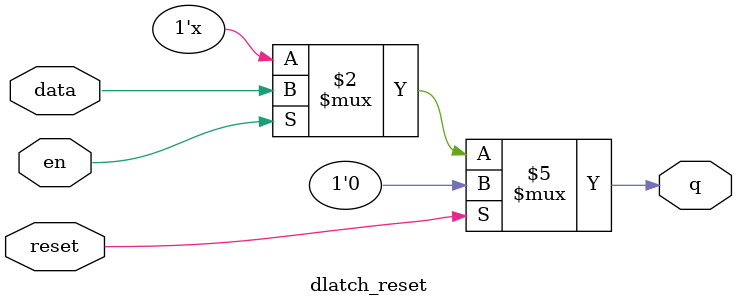
<source format=v>
module dlatch_reset(data, en, reset, q);
  input data, en, reset;
  output q;
  reg q;
  
  always @ (data or en or reset)
    if(reset) begin
      q<=1'b0;
    end else if (en) begin
      q<=data;
    end
endmodule

</source>
